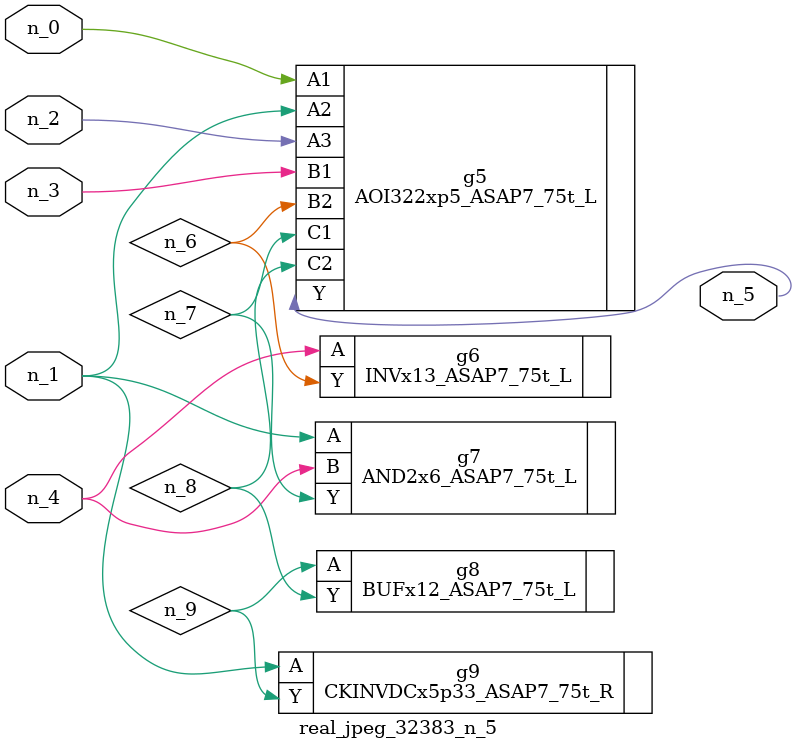
<source format=v>
module real_jpeg_32383_n_5 (n_4, n_0, n_1, n_2, n_3, n_5);

input n_4;
input n_0;
input n_1;
input n_2;
input n_3;

output n_5;

wire n_8;
wire n_6;
wire n_7;
wire n_9;

AOI322xp5_ASAP7_75t_L g5 ( 
.A1(n_0),
.A2(n_1),
.A3(n_2),
.B1(n_3),
.B2(n_6),
.C1(n_7),
.C2(n_8),
.Y(n_5)
);

AND2x6_ASAP7_75t_L g7 ( 
.A(n_1),
.B(n_4),
.Y(n_7)
);

CKINVDCx5p33_ASAP7_75t_R g9 ( 
.A(n_1),
.Y(n_9)
);

INVx13_ASAP7_75t_L g6 ( 
.A(n_4),
.Y(n_6)
);

BUFx12_ASAP7_75t_L g8 ( 
.A(n_9),
.Y(n_8)
);


endmodule
</source>
